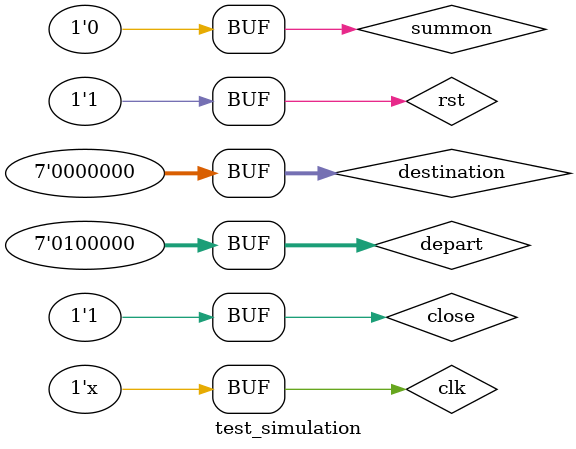
<source format=v>
`timescale 1ms / 10us


module test_simulation();
    reg [6:0] destination;
    reg [1:0] emergency;
    reg summon, close;
    reg [6:0] depart;
    reg rst, clk;
    
    wire [7:0] seg_data;
    wire [7:0] seg_sel;
    wire [1:0] door_status;
    wire [11:0] RGB;
    wire sound;
    wire LCD_E, LCD_RS, LCD_RW;
    wire [7:0] LCD_DATA;

    Project_Elevator ev_simul(destination, emergency, summon, close, depart, seg_data, seg_sel, door_status, RGB, sound, LCD_E, LCD_RS, LCD_RW, LCD_DATA, rst, clk);

    initial begin
        rst <= 1;
        clk <= 0;
        depart <= 7'b0000000;
        summon <= 0;
        close <= 0;
        #10 rst <= 0;
        #10 rst <= 1;

        #100 depart <= 7'b0100000;
        #10 summon <= 1;
        #10 summon <= 0;
        #5000 destination <= 7'b0001000;
        #10 destination <= 7'b0000000;
        #300 close <= 1;
        #10 close <= 0;
        #3000 depart <= 7'b0000010;
        #10 summon <= 1;
        #10 summon <= 0;
        #13000 destination <= 7'b0100000;
        #10 destination <= 7'b0000000;
        #300 close <= 1;
        #10 close <= 1;
        #13000 depart <= 7'b0100000;
        #10 summon <= 1;
        #10 summon <= 0;
    end

    always begin
        #0.5 clk <= ~clk;
    end
endmodule

</source>
